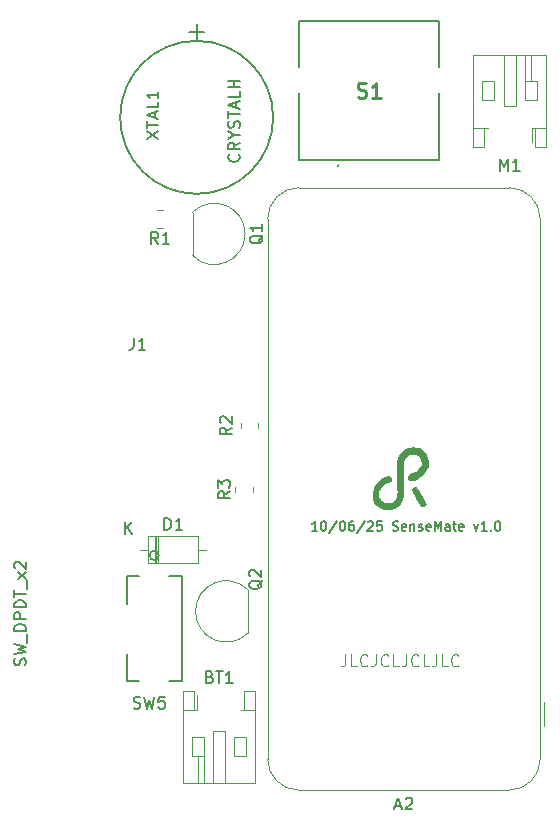
<source format=gto>
G04 #@! TF.GenerationSoftware,KiCad,Pcbnew,9.0.2*
G04 #@! TF.CreationDate,2025-06-13T16:41:38+02:00*
G04 #@! TF.ProjectId,SenseMatePCB,53656e73-654d-4617-9465-5043422e6b69,rev?*
G04 #@! TF.SameCoordinates,Original*
G04 #@! TF.FileFunction,Legend,Top*
G04 #@! TF.FilePolarity,Positive*
%FSLAX46Y46*%
G04 Gerber Fmt 4.6, Leading zero omitted, Abs format (unit mm)*
G04 Created by KiCad (PCBNEW 9.0.2) date 2025-06-13 16:41:38*
%MOMM*%
%LPD*%
G01*
G04 APERTURE LIST*
%ADD10C,0.100000*%
%ADD11C,0.160000*%
%ADD12C,0.254000*%
%ADD13C,0.150000*%
%ADD14C,0.200000*%
%ADD15C,0.120000*%
%ADD16C,0.152400*%
%ADD17C,0.000000*%
G04 APERTURE END LIST*
D10*
X100589598Y-100372419D02*
X100589598Y-101086704D01*
X100589598Y-101086704D02*
X100541979Y-101229561D01*
X100541979Y-101229561D02*
X100446741Y-101324800D01*
X100446741Y-101324800D02*
X100303884Y-101372419D01*
X100303884Y-101372419D02*
X100208646Y-101372419D01*
X101541979Y-101372419D02*
X101065789Y-101372419D01*
X101065789Y-101372419D02*
X101065789Y-100372419D01*
X102446741Y-101277180D02*
X102399122Y-101324800D01*
X102399122Y-101324800D02*
X102256265Y-101372419D01*
X102256265Y-101372419D02*
X102161027Y-101372419D01*
X102161027Y-101372419D02*
X102018170Y-101324800D01*
X102018170Y-101324800D02*
X101922932Y-101229561D01*
X101922932Y-101229561D02*
X101875313Y-101134323D01*
X101875313Y-101134323D02*
X101827694Y-100943847D01*
X101827694Y-100943847D02*
X101827694Y-100800990D01*
X101827694Y-100800990D02*
X101875313Y-100610514D01*
X101875313Y-100610514D02*
X101922932Y-100515276D01*
X101922932Y-100515276D02*
X102018170Y-100420038D01*
X102018170Y-100420038D02*
X102161027Y-100372419D01*
X102161027Y-100372419D02*
X102256265Y-100372419D01*
X102256265Y-100372419D02*
X102399122Y-100420038D01*
X102399122Y-100420038D02*
X102446741Y-100467657D01*
X103161027Y-100372419D02*
X103161027Y-101086704D01*
X103161027Y-101086704D02*
X103113408Y-101229561D01*
X103113408Y-101229561D02*
X103018170Y-101324800D01*
X103018170Y-101324800D02*
X102875313Y-101372419D01*
X102875313Y-101372419D02*
X102780075Y-101372419D01*
X104208646Y-101277180D02*
X104161027Y-101324800D01*
X104161027Y-101324800D02*
X104018170Y-101372419D01*
X104018170Y-101372419D02*
X103922932Y-101372419D01*
X103922932Y-101372419D02*
X103780075Y-101324800D01*
X103780075Y-101324800D02*
X103684837Y-101229561D01*
X103684837Y-101229561D02*
X103637218Y-101134323D01*
X103637218Y-101134323D02*
X103589599Y-100943847D01*
X103589599Y-100943847D02*
X103589599Y-100800990D01*
X103589599Y-100800990D02*
X103637218Y-100610514D01*
X103637218Y-100610514D02*
X103684837Y-100515276D01*
X103684837Y-100515276D02*
X103780075Y-100420038D01*
X103780075Y-100420038D02*
X103922932Y-100372419D01*
X103922932Y-100372419D02*
X104018170Y-100372419D01*
X104018170Y-100372419D02*
X104161027Y-100420038D01*
X104161027Y-100420038D02*
X104208646Y-100467657D01*
X105113408Y-101372419D02*
X104637218Y-101372419D01*
X104637218Y-101372419D02*
X104637218Y-100372419D01*
X105732456Y-100372419D02*
X105732456Y-101086704D01*
X105732456Y-101086704D02*
X105684837Y-101229561D01*
X105684837Y-101229561D02*
X105589599Y-101324800D01*
X105589599Y-101324800D02*
X105446742Y-101372419D01*
X105446742Y-101372419D02*
X105351504Y-101372419D01*
X106780075Y-101277180D02*
X106732456Y-101324800D01*
X106732456Y-101324800D02*
X106589599Y-101372419D01*
X106589599Y-101372419D02*
X106494361Y-101372419D01*
X106494361Y-101372419D02*
X106351504Y-101324800D01*
X106351504Y-101324800D02*
X106256266Y-101229561D01*
X106256266Y-101229561D02*
X106208647Y-101134323D01*
X106208647Y-101134323D02*
X106161028Y-100943847D01*
X106161028Y-100943847D02*
X106161028Y-100800990D01*
X106161028Y-100800990D02*
X106208647Y-100610514D01*
X106208647Y-100610514D02*
X106256266Y-100515276D01*
X106256266Y-100515276D02*
X106351504Y-100420038D01*
X106351504Y-100420038D02*
X106494361Y-100372419D01*
X106494361Y-100372419D02*
X106589599Y-100372419D01*
X106589599Y-100372419D02*
X106732456Y-100420038D01*
X106732456Y-100420038D02*
X106780075Y-100467657D01*
X107684837Y-101372419D02*
X107208647Y-101372419D01*
X107208647Y-101372419D02*
X107208647Y-100372419D01*
X108303885Y-100372419D02*
X108303885Y-101086704D01*
X108303885Y-101086704D02*
X108256266Y-101229561D01*
X108256266Y-101229561D02*
X108161028Y-101324800D01*
X108161028Y-101324800D02*
X108018171Y-101372419D01*
X108018171Y-101372419D02*
X107922933Y-101372419D01*
X109256266Y-101372419D02*
X108780076Y-101372419D01*
X108780076Y-101372419D02*
X108780076Y-100372419D01*
X110161028Y-101277180D02*
X110113409Y-101324800D01*
X110113409Y-101324800D02*
X109970552Y-101372419D01*
X109970552Y-101372419D02*
X109875314Y-101372419D01*
X109875314Y-101372419D02*
X109732457Y-101324800D01*
X109732457Y-101324800D02*
X109637219Y-101229561D01*
X109637219Y-101229561D02*
X109589600Y-101134323D01*
X109589600Y-101134323D02*
X109541981Y-100943847D01*
X109541981Y-100943847D02*
X109541981Y-100800990D01*
X109541981Y-100800990D02*
X109589600Y-100610514D01*
X109589600Y-100610514D02*
X109637219Y-100515276D01*
X109637219Y-100515276D02*
X109732457Y-100420038D01*
X109732457Y-100420038D02*
X109875314Y-100372419D01*
X109875314Y-100372419D02*
X109970552Y-100372419D01*
X109970552Y-100372419D02*
X110113409Y-100420038D01*
X110113409Y-100420038D02*
X110161028Y-100467657D01*
D11*
X98214786Y-89893775D02*
X97757643Y-89893775D01*
X97986215Y-89893775D02*
X97986215Y-89093775D01*
X97986215Y-89093775D02*
X97910024Y-89208060D01*
X97910024Y-89208060D02*
X97833834Y-89284251D01*
X97833834Y-89284251D02*
X97757643Y-89322346D01*
X98710025Y-89093775D02*
X98786215Y-89093775D01*
X98786215Y-89093775D02*
X98862406Y-89131870D01*
X98862406Y-89131870D02*
X98900501Y-89169965D01*
X98900501Y-89169965D02*
X98938596Y-89246156D01*
X98938596Y-89246156D02*
X98976691Y-89398537D01*
X98976691Y-89398537D02*
X98976691Y-89589013D01*
X98976691Y-89589013D02*
X98938596Y-89741394D01*
X98938596Y-89741394D02*
X98900501Y-89817584D01*
X98900501Y-89817584D02*
X98862406Y-89855680D01*
X98862406Y-89855680D02*
X98786215Y-89893775D01*
X98786215Y-89893775D02*
X98710025Y-89893775D01*
X98710025Y-89893775D02*
X98633834Y-89855680D01*
X98633834Y-89855680D02*
X98595739Y-89817584D01*
X98595739Y-89817584D02*
X98557644Y-89741394D01*
X98557644Y-89741394D02*
X98519548Y-89589013D01*
X98519548Y-89589013D02*
X98519548Y-89398537D01*
X98519548Y-89398537D02*
X98557644Y-89246156D01*
X98557644Y-89246156D02*
X98595739Y-89169965D01*
X98595739Y-89169965D02*
X98633834Y-89131870D01*
X98633834Y-89131870D02*
X98710025Y-89093775D01*
X99890977Y-89055680D02*
X99205263Y-90084251D01*
X100310025Y-89093775D02*
X100386215Y-89093775D01*
X100386215Y-89093775D02*
X100462406Y-89131870D01*
X100462406Y-89131870D02*
X100500501Y-89169965D01*
X100500501Y-89169965D02*
X100538596Y-89246156D01*
X100538596Y-89246156D02*
X100576691Y-89398537D01*
X100576691Y-89398537D02*
X100576691Y-89589013D01*
X100576691Y-89589013D02*
X100538596Y-89741394D01*
X100538596Y-89741394D02*
X100500501Y-89817584D01*
X100500501Y-89817584D02*
X100462406Y-89855680D01*
X100462406Y-89855680D02*
X100386215Y-89893775D01*
X100386215Y-89893775D02*
X100310025Y-89893775D01*
X100310025Y-89893775D02*
X100233834Y-89855680D01*
X100233834Y-89855680D02*
X100195739Y-89817584D01*
X100195739Y-89817584D02*
X100157644Y-89741394D01*
X100157644Y-89741394D02*
X100119548Y-89589013D01*
X100119548Y-89589013D02*
X100119548Y-89398537D01*
X100119548Y-89398537D02*
X100157644Y-89246156D01*
X100157644Y-89246156D02*
X100195739Y-89169965D01*
X100195739Y-89169965D02*
X100233834Y-89131870D01*
X100233834Y-89131870D02*
X100310025Y-89093775D01*
X101262406Y-89093775D02*
X101110025Y-89093775D01*
X101110025Y-89093775D02*
X101033834Y-89131870D01*
X101033834Y-89131870D02*
X100995739Y-89169965D01*
X100995739Y-89169965D02*
X100919549Y-89284251D01*
X100919549Y-89284251D02*
X100881453Y-89436632D01*
X100881453Y-89436632D02*
X100881453Y-89741394D01*
X100881453Y-89741394D02*
X100919549Y-89817584D01*
X100919549Y-89817584D02*
X100957644Y-89855680D01*
X100957644Y-89855680D02*
X101033834Y-89893775D01*
X101033834Y-89893775D02*
X101186215Y-89893775D01*
X101186215Y-89893775D02*
X101262406Y-89855680D01*
X101262406Y-89855680D02*
X101300501Y-89817584D01*
X101300501Y-89817584D02*
X101338596Y-89741394D01*
X101338596Y-89741394D02*
X101338596Y-89550918D01*
X101338596Y-89550918D02*
X101300501Y-89474727D01*
X101300501Y-89474727D02*
X101262406Y-89436632D01*
X101262406Y-89436632D02*
X101186215Y-89398537D01*
X101186215Y-89398537D02*
X101033834Y-89398537D01*
X101033834Y-89398537D02*
X100957644Y-89436632D01*
X100957644Y-89436632D02*
X100919549Y-89474727D01*
X100919549Y-89474727D02*
X100881453Y-89550918D01*
X102252882Y-89055680D02*
X101567168Y-90084251D01*
X102481453Y-89169965D02*
X102519549Y-89131870D01*
X102519549Y-89131870D02*
X102595739Y-89093775D01*
X102595739Y-89093775D02*
X102786215Y-89093775D01*
X102786215Y-89093775D02*
X102862406Y-89131870D01*
X102862406Y-89131870D02*
X102900501Y-89169965D01*
X102900501Y-89169965D02*
X102938596Y-89246156D01*
X102938596Y-89246156D02*
X102938596Y-89322346D01*
X102938596Y-89322346D02*
X102900501Y-89436632D01*
X102900501Y-89436632D02*
X102443358Y-89893775D01*
X102443358Y-89893775D02*
X102938596Y-89893775D01*
X103662406Y-89093775D02*
X103281454Y-89093775D01*
X103281454Y-89093775D02*
X103243358Y-89474727D01*
X103243358Y-89474727D02*
X103281454Y-89436632D01*
X103281454Y-89436632D02*
X103357644Y-89398537D01*
X103357644Y-89398537D02*
X103548120Y-89398537D01*
X103548120Y-89398537D02*
X103624311Y-89436632D01*
X103624311Y-89436632D02*
X103662406Y-89474727D01*
X103662406Y-89474727D02*
X103700501Y-89550918D01*
X103700501Y-89550918D02*
X103700501Y-89741394D01*
X103700501Y-89741394D02*
X103662406Y-89817584D01*
X103662406Y-89817584D02*
X103624311Y-89855680D01*
X103624311Y-89855680D02*
X103548120Y-89893775D01*
X103548120Y-89893775D02*
X103357644Y-89893775D01*
X103357644Y-89893775D02*
X103281454Y-89855680D01*
X103281454Y-89855680D02*
X103243358Y-89817584D01*
X104614787Y-89855680D02*
X104729073Y-89893775D01*
X104729073Y-89893775D02*
X104919549Y-89893775D01*
X104919549Y-89893775D02*
X104995740Y-89855680D01*
X104995740Y-89855680D02*
X105033835Y-89817584D01*
X105033835Y-89817584D02*
X105071930Y-89741394D01*
X105071930Y-89741394D02*
X105071930Y-89665203D01*
X105071930Y-89665203D02*
X105033835Y-89589013D01*
X105033835Y-89589013D02*
X104995740Y-89550918D01*
X104995740Y-89550918D02*
X104919549Y-89512822D01*
X104919549Y-89512822D02*
X104767168Y-89474727D01*
X104767168Y-89474727D02*
X104690978Y-89436632D01*
X104690978Y-89436632D02*
X104652883Y-89398537D01*
X104652883Y-89398537D02*
X104614787Y-89322346D01*
X104614787Y-89322346D02*
X104614787Y-89246156D01*
X104614787Y-89246156D02*
X104652883Y-89169965D01*
X104652883Y-89169965D02*
X104690978Y-89131870D01*
X104690978Y-89131870D02*
X104767168Y-89093775D01*
X104767168Y-89093775D02*
X104957645Y-89093775D01*
X104957645Y-89093775D02*
X105071930Y-89131870D01*
X105719550Y-89855680D02*
X105643359Y-89893775D01*
X105643359Y-89893775D02*
X105490978Y-89893775D01*
X105490978Y-89893775D02*
X105414788Y-89855680D01*
X105414788Y-89855680D02*
X105376692Y-89779489D01*
X105376692Y-89779489D02*
X105376692Y-89474727D01*
X105376692Y-89474727D02*
X105414788Y-89398537D01*
X105414788Y-89398537D02*
X105490978Y-89360441D01*
X105490978Y-89360441D02*
X105643359Y-89360441D01*
X105643359Y-89360441D02*
X105719550Y-89398537D01*
X105719550Y-89398537D02*
X105757645Y-89474727D01*
X105757645Y-89474727D02*
X105757645Y-89550918D01*
X105757645Y-89550918D02*
X105376692Y-89627108D01*
X106100502Y-89360441D02*
X106100502Y-89893775D01*
X106100502Y-89436632D02*
X106138597Y-89398537D01*
X106138597Y-89398537D02*
X106214787Y-89360441D01*
X106214787Y-89360441D02*
X106329073Y-89360441D01*
X106329073Y-89360441D02*
X106405264Y-89398537D01*
X106405264Y-89398537D02*
X106443359Y-89474727D01*
X106443359Y-89474727D02*
X106443359Y-89893775D01*
X106786216Y-89855680D02*
X106862407Y-89893775D01*
X106862407Y-89893775D02*
X107014788Y-89893775D01*
X107014788Y-89893775D02*
X107090978Y-89855680D01*
X107090978Y-89855680D02*
X107129074Y-89779489D01*
X107129074Y-89779489D02*
X107129074Y-89741394D01*
X107129074Y-89741394D02*
X107090978Y-89665203D01*
X107090978Y-89665203D02*
X107014788Y-89627108D01*
X107014788Y-89627108D02*
X106900502Y-89627108D01*
X106900502Y-89627108D02*
X106824312Y-89589013D01*
X106824312Y-89589013D02*
X106786216Y-89512822D01*
X106786216Y-89512822D02*
X106786216Y-89474727D01*
X106786216Y-89474727D02*
X106824312Y-89398537D01*
X106824312Y-89398537D02*
X106900502Y-89360441D01*
X106900502Y-89360441D02*
X107014788Y-89360441D01*
X107014788Y-89360441D02*
X107090978Y-89398537D01*
X107776693Y-89855680D02*
X107700502Y-89893775D01*
X107700502Y-89893775D02*
X107548121Y-89893775D01*
X107548121Y-89893775D02*
X107471931Y-89855680D01*
X107471931Y-89855680D02*
X107433835Y-89779489D01*
X107433835Y-89779489D02*
X107433835Y-89474727D01*
X107433835Y-89474727D02*
X107471931Y-89398537D01*
X107471931Y-89398537D02*
X107548121Y-89360441D01*
X107548121Y-89360441D02*
X107700502Y-89360441D01*
X107700502Y-89360441D02*
X107776693Y-89398537D01*
X107776693Y-89398537D02*
X107814788Y-89474727D01*
X107814788Y-89474727D02*
X107814788Y-89550918D01*
X107814788Y-89550918D02*
X107433835Y-89627108D01*
X108157645Y-89893775D02*
X108157645Y-89093775D01*
X108157645Y-89093775D02*
X108424311Y-89665203D01*
X108424311Y-89665203D02*
X108690978Y-89093775D01*
X108690978Y-89093775D02*
X108690978Y-89893775D01*
X109414788Y-89893775D02*
X109414788Y-89474727D01*
X109414788Y-89474727D02*
X109376693Y-89398537D01*
X109376693Y-89398537D02*
X109300502Y-89360441D01*
X109300502Y-89360441D02*
X109148121Y-89360441D01*
X109148121Y-89360441D02*
X109071931Y-89398537D01*
X109414788Y-89855680D02*
X109338597Y-89893775D01*
X109338597Y-89893775D02*
X109148121Y-89893775D01*
X109148121Y-89893775D02*
X109071931Y-89855680D01*
X109071931Y-89855680D02*
X109033835Y-89779489D01*
X109033835Y-89779489D02*
X109033835Y-89703299D01*
X109033835Y-89703299D02*
X109071931Y-89627108D01*
X109071931Y-89627108D02*
X109148121Y-89589013D01*
X109148121Y-89589013D02*
X109338597Y-89589013D01*
X109338597Y-89589013D02*
X109414788Y-89550918D01*
X109681455Y-89360441D02*
X109986217Y-89360441D01*
X109795741Y-89093775D02*
X109795741Y-89779489D01*
X109795741Y-89779489D02*
X109833836Y-89855680D01*
X109833836Y-89855680D02*
X109910026Y-89893775D01*
X109910026Y-89893775D02*
X109986217Y-89893775D01*
X110557646Y-89855680D02*
X110481455Y-89893775D01*
X110481455Y-89893775D02*
X110329074Y-89893775D01*
X110329074Y-89893775D02*
X110252884Y-89855680D01*
X110252884Y-89855680D02*
X110214788Y-89779489D01*
X110214788Y-89779489D02*
X110214788Y-89474727D01*
X110214788Y-89474727D02*
X110252884Y-89398537D01*
X110252884Y-89398537D02*
X110329074Y-89360441D01*
X110329074Y-89360441D02*
X110481455Y-89360441D01*
X110481455Y-89360441D02*
X110557646Y-89398537D01*
X110557646Y-89398537D02*
X110595741Y-89474727D01*
X110595741Y-89474727D02*
X110595741Y-89550918D01*
X110595741Y-89550918D02*
X110214788Y-89627108D01*
X111471931Y-89360441D02*
X111662407Y-89893775D01*
X111662407Y-89893775D02*
X111852884Y-89360441D01*
X112576693Y-89893775D02*
X112119550Y-89893775D01*
X112348122Y-89893775D02*
X112348122Y-89093775D01*
X112348122Y-89093775D02*
X112271931Y-89208060D01*
X112271931Y-89208060D02*
X112195741Y-89284251D01*
X112195741Y-89284251D02*
X112119550Y-89322346D01*
X112919551Y-89817584D02*
X112957646Y-89855680D01*
X112957646Y-89855680D02*
X112919551Y-89893775D01*
X112919551Y-89893775D02*
X112881455Y-89855680D01*
X112881455Y-89855680D02*
X112919551Y-89817584D01*
X112919551Y-89817584D02*
X112919551Y-89893775D01*
X113452884Y-89093775D02*
X113529074Y-89093775D01*
X113529074Y-89093775D02*
X113605265Y-89131870D01*
X113605265Y-89131870D02*
X113643360Y-89169965D01*
X113643360Y-89169965D02*
X113681455Y-89246156D01*
X113681455Y-89246156D02*
X113719550Y-89398537D01*
X113719550Y-89398537D02*
X113719550Y-89589013D01*
X113719550Y-89589013D02*
X113681455Y-89741394D01*
X113681455Y-89741394D02*
X113643360Y-89817584D01*
X113643360Y-89817584D02*
X113605265Y-89855680D01*
X113605265Y-89855680D02*
X113529074Y-89893775D01*
X113529074Y-89893775D02*
X113452884Y-89893775D01*
X113452884Y-89893775D02*
X113376693Y-89855680D01*
X113376693Y-89855680D02*
X113338598Y-89817584D01*
X113338598Y-89817584D02*
X113300503Y-89741394D01*
X113300503Y-89741394D02*
X113262407Y-89589013D01*
X113262407Y-89589013D02*
X113262407Y-89398537D01*
X113262407Y-89398537D02*
X113300503Y-89246156D01*
X113300503Y-89246156D02*
X113338598Y-89169965D01*
X113338598Y-89169965D02*
X113376693Y-89131870D01*
X113376693Y-89131870D02*
X113452884Y-89093775D01*
D12*
X101632380Y-53163842D02*
X101813809Y-53224318D01*
X101813809Y-53224318D02*
X102116190Y-53224318D01*
X102116190Y-53224318D02*
X102237142Y-53163842D01*
X102237142Y-53163842D02*
X102297618Y-53103365D01*
X102297618Y-53103365D02*
X102358095Y-52982413D01*
X102358095Y-52982413D02*
X102358095Y-52861461D01*
X102358095Y-52861461D02*
X102297618Y-52740508D01*
X102297618Y-52740508D02*
X102237142Y-52680032D01*
X102237142Y-52680032D02*
X102116190Y-52619556D01*
X102116190Y-52619556D02*
X101874285Y-52559080D01*
X101874285Y-52559080D02*
X101753333Y-52498603D01*
X101753333Y-52498603D02*
X101692856Y-52438127D01*
X101692856Y-52438127D02*
X101632380Y-52317175D01*
X101632380Y-52317175D02*
X101632380Y-52196222D01*
X101632380Y-52196222D02*
X101692856Y-52075270D01*
X101692856Y-52075270D02*
X101753333Y-52014794D01*
X101753333Y-52014794D02*
X101874285Y-51954318D01*
X101874285Y-51954318D02*
X102176666Y-51954318D01*
X102176666Y-51954318D02*
X102358095Y-52014794D01*
X103567619Y-53224318D02*
X102841904Y-53224318D01*
X103204761Y-53224318D02*
X103204761Y-51954318D01*
X103204761Y-51954318D02*
X103083809Y-52135746D01*
X103083809Y-52135746D02*
X102962857Y-52256699D01*
X102962857Y-52256699D02*
X102841904Y-52317175D01*
D13*
X90804819Y-86579166D02*
X90328628Y-86912499D01*
X90804819Y-87150594D02*
X89804819Y-87150594D01*
X89804819Y-87150594D02*
X89804819Y-86769642D01*
X89804819Y-86769642D02*
X89852438Y-86674404D01*
X89852438Y-86674404D02*
X89900057Y-86626785D01*
X89900057Y-86626785D02*
X89995295Y-86579166D01*
X89995295Y-86579166D02*
X90138152Y-86579166D01*
X90138152Y-86579166D02*
X90233390Y-86626785D01*
X90233390Y-86626785D02*
X90281009Y-86674404D01*
X90281009Y-86674404D02*
X90328628Y-86769642D01*
X90328628Y-86769642D02*
X90328628Y-87150594D01*
X89804819Y-86245832D02*
X89804819Y-85626785D01*
X89804819Y-85626785D02*
X90185771Y-85960118D01*
X90185771Y-85960118D02*
X90185771Y-85817261D01*
X90185771Y-85817261D02*
X90233390Y-85722023D01*
X90233390Y-85722023D02*
X90281009Y-85674404D01*
X90281009Y-85674404D02*
X90376247Y-85626785D01*
X90376247Y-85626785D02*
X90614342Y-85626785D01*
X90614342Y-85626785D02*
X90709580Y-85674404D01*
X90709580Y-85674404D02*
X90757200Y-85722023D01*
X90757200Y-85722023D02*
X90804819Y-85817261D01*
X90804819Y-85817261D02*
X90804819Y-86102975D01*
X90804819Y-86102975D02*
X90757200Y-86198213D01*
X90757200Y-86198213D02*
X90709580Y-86245832D01*
X85271905Y-89834819D02*
X85271905Y-88834819D01*
X85271905Y-88834819D02*
X85510000Y-88834819D01*
X85510000Y-88834819D02*
X85652857Y-88882438D01*
X85652857Y-88882438D02*
X85748095Y-88977676D01*
X85748095Y-88977676D02*
X85795714Y-89072914D01*
X85795714Y-89072914D02*
X85843333Y-89263390D01*
X85843333Y-89263390D02*
X85843333Y-89406247D01*
X85843333Y-89406247D02*
X85795714Y-89596723D01*
X85795714Y-89596723D02*
X85748095Y-89691961D01*
X85748095Y-89691961D02*
X85652857Y-89787200D01*
X85652857Y-89787200D02*
X85510000Y-89834819D01*
X85510000Y-89834819D02*
X85271905Y-89834819D01*
X86795714Y-89834819D02*
X86224286Y-89834819D01*
X86510000Y-89834819D02*
X86510000Y-88834819D01*
X86510000Y-88834819D02*
X86414762Y-88977676D01*
X86414762Y-88977676D02*
X86319524Y-89072914D01*
X86319524Y-89072914D02*
X86224286Y-89120533D01*
X81938095Y-90154819D02*
X81938095Y-89154819D01*
X82509523Y-90154819D02*
X82080952Y-89583390D01*
X82509523Y-89154819D02*
X81938095Y-89726247D01*
X82666667Y-104907200D02*
X82809524Y-104954819D01*
X82809524Y-104954819D02*
X83047619Y-104954819D01*
X83047619Y-104954819D02*
X83142857Y-104907200D01*
X83142857Y-104907200D02*
X83190476Y-104859580D01*
X83190476Y-104859580D02*
X83238095Y-104764342D01*
X83238095Y-104764342D02*
X83238095Y-104669104D01*
X83238095Y-104669104D02*
X83190476Y-104573866D01*
X83190476Y-104573866D02*
X83142857Y-104526247D01*
X83142857Y-104526247D02*
X83047619Y-104478628D01*
X83047619Y-104478628D02*
X82857143Y-104431009D01*
X82857143Y-104431009D02*
X82761905Y-104383390D01*
X82761905Y-104383390D02*
X82714286Y-104335771D01*
X82714286Y-104335771D02*
X82666667Y-104240533D01*
X82666667Y-104240533D02*
X82666667Y-104145295D01*
X82666667Y-104145295D02*
X82714286Y-104050057D01*
X82714286Y-104050057D02*
X82761905Y-104002438D01*
X82761905Y-104002438D02*
X82857143Y-103954819D01*
X82857143Y-103954819D02*
X83095238Y-103954819D01*
X83095238Y-103954819D02*
X83238095Y-104002438D01*
X83571429Y-103954819D02*
X83809524Y-104954819D01*
X83809524Y-104954819D02*
X84000000Y-104240533D01*
X84000000Y-104240533D02*
X84190476Y-104954819D01*
X84190476Y-104954819D02*
X84428572Y-103954819D01*
X85285714Y-103954819D02*
X84809524Y-103954819D01*
X84809524Y-103954819D02*
X84761905Y-104431009D01*
X84761905Y-104431009D02*
X84809524Y-104383390D01*
X84809524Y-104383390D02*
X84904762Y-104335771D01*
X84904762Y-104335771D02*
X85142857Y-104335771D01*
X85142857Y-104335771D02*
X85238095Y-104383390D01*
X85238095Y-104383390D02*
X85285714Y-104431009D01*
X85285714Y-104431009D02*
X85333333Y-104526247D01*
X85333333Y-104526247D02*
X85333333Y-104764342D01*
X85333333Y-104764342D02*
X85285714Y-104859580D01*
X85285714Y-104859580D02*
X85238095Y-104907200D01*
X85238095Y-104907200D02*
X85142857Y-104954819D01*
X85142857Y-104954819D02*
X84904762Y-104954819D01*
X84904762Y-104954819D02*
X84809524Y-104907200D01*
X84809524Y-104907200D02*
X84761905Y-104859580D01*
X73507200Y-101280952D02*
X73554819Y-101138095D01*
X73554819Y-101138095D02*
X73554819Y-100900000D01*
X73554819Y-100900000D02*
X73507200Y-100804762D01*
X73507200Y-100804762D02*
X73459580Y-100757143D01*
X73459580Y-100757143D02*
X73364342Y-100709524D01*
X73364342Y-100709524D02*
X73269104Y-100709524D01*
X73269104Y-100709524D02*
X73173866Y-100757143D01*
X73173866Y-100757143D02*
X73126247Y-100804762D01*
X73126247Y-100804762D02*
X73078628Y-100900000D01*
X73078628Y-100900000D02*
X73031009Y-101090476D01*
X73031009Y-101090476D02*
X72983390Y-101185714D01*
X72983390Y-101185714D02*
X72935771Y-101233333D01*
X72935771Y-101233333D02*
X72840533Y-101280952D01*
X72840533Y-101280952D02*
X72745295Y-101280952D01*
X72745295Y-101280952D02*
X72650057Y-101233333D01*
X72650057Y-101233333D02*
X72602438Y-101185714D01*
X72602438Y-101185714D02*
X72554819Y-101090476D01*
X72554819Y-101090476D02*
X72554819Y-100852381D01*
X72554819Y-100852381D02*
X72602438Y-100709524D01*
X72554819Y-100376190D02*
X73554819Y-100138095D01*
X73554819Y-100138095D02*
X72840533Y-99947619D01*
X72840533Y-99947619D02*
X73554819Y-99757143D01*
X73554819Y-99757143D02*
X72554819Y-99519048D01*
X73650057Y-99376191D02*
X73650057Y-98614286D01*
X73554819Y-98376190D02*
X72554819Y-98376190D01*
X72554819Y-98376190D02*
X72554819Y-98138095D01*
X72554819Y-98138095D02*
X72602438Y-97995238D01*
X72602438Y-97995238D02*
X72697676Y-97900000D01*
X72697676Y-97900000D02*
X72792914Y-97852381D01*
X72792914Y-97852381D02*
X72983390Y-97804762D01*
X72983390Y-97804762D02*
X73126247Y-97804762D01*
X73126247Y-97804762D02*
X73316723Y-97852381D01*
X73316723Y-97852381D02*
X73411961Y-97900000D01*
X73411961Y-97900000D02*
X73507200Y-97995238D01*
X73507200Y-97995238D02*
X73554819Y-98138095D01*
X73554819Y-98138095D02*
X73554819Y-98376190D01*
X73554819Y-97376190D02*
X72554819Y-97376190D01*
X72554819Y-97376190D02*
X72554819Y-96995238D01*
X72554819Y-96995238D02*
X72602438Y-96900000D01*
X72602438Y-96900000D02*
X72650057Y-96852381D01*
X72650057Y-96852381D02*
X72745295Y-96804762D01*
X72745295Y-96804762D02*
X72888152Y-96804762D01*
X72888152Y-96804762D02*
X72983390Y-96852381D01*
X72983390Y-96852381D02*
X73031009Y-96900000D01*
X73031009Y-96900000D02*
X73078628Y-96995238D01*
X73078628Y-96995238D02*
X73078628Y-97376190D01*
X73554819Y-96376190D02*
X72554819Y-96376190D01*
X72554819Y-96376190D02*
X72554819Y-96138095D01*
X72554819Y-96138095D02*
X72602438Y-95995238D01*
X72602438Y-95995238D02*
X72697676Y-95900000D01*
X72697676Y-95900000D02*
X72792914Y-95852381D01*
X72792914Y-95852381D02*
X72983390Y-95804762D01*
X72983390Y-95804762D02*
X73126247Y-95804762D01*
X73126247Y-95804762D02*
X73316723Y-95852381D01*
X73316723Y-95852381D02*
X73411961Y-95900000D01*
X73411961Y-95900000D02*
X73507200Y-95995238D01*
X73507200Y-95995238D02*
X73554819Y-96138095D01*
X73554819Y-96138095D02*
X73554819Y-96376190D01*
X72554819Y-95519047D02*
X72554819Y-94947619D01*
X73554819Y-95233333D02*
X72554819Y-95233333D01*
X73650057Y-94852381D02*
X73650057Y-94090476D01*
X73554819Y-93947618D02*
X72888152Y-93423809D01*
X72888152Y-93947618D02*
X73554819Y-93423809D01*
X72650057Y-93090475D02*
X72602438Y-93042856D01*
X72602438Y-93042856D02*
X72554819Y-92947618D01*
X72554819Y-92947618D02*
X72554819Y-92709523D01*
X72554819Y-92709523D02*
X72602438Y-92614285D01*
X72602438Y-92614285D02*
X72650057Y-92566666D01*
X72650057Y-92566666D02*
X72745295Y-92519047D01*
X72745295Y-92519047D02*
X72840533Y-92519047D01*
X72840533Y-92519047D02*
X72983390Y-92566666D01*
X72983390Y-92566666D02*
X73554819Y-93138094D01*
X73554819Y-93138094D02*
X73554819Y-92519047D01*
X84733333Y-65604819D02*
X84400000Y-65128628D01*
X84161905Y-65604819D02*
X84161905Y-64604819D01*
X84161905Y-64604819D02*
X84542857Y-64604819D01*
X84542857Y-64604819D02*
X84638095Y-64652438D01*
X84638095Y-64652438D02*
X84685714Y-64700057D01*
X84685714Y-64700057D02*
X84733333Y-64795295D01*
X84733333Y-64795295D02*
X84733333Y-64938152D01*
X84733333Y-64938152D02*
X84685714Y-65033390D01*
X84685714Y-65033390D02*
X84638095Y-65081009D01*
X84638095Y-65081009D02*
X84542857Y-65128628D01*
X84542857Y-65128628D02*
X84161905Y-65128628D01*
X85685714Y-65604819D02*
X85114286Y-65604819D01*
X85400000Y-65604819D02*
X85400000Y-64604819D01*
X85400000Y-64604819D02*
X85304762Y-64747676D01*
X85304762Y-64747676D02*
X85209524Y-64842914D01*
X85209524Y-64842914D02*
X85114286Y-64890533D01*
X104839614Y-113206105D02*
X105315804Y-113206105D01*
X104744376Y-113491820D02*
X105077709Y-112491820D01*
X105077709Y-112491820D02*
X105411042Y-113491820D01*
X105696757Y-112587058D02*
X105744376Y-112539439D01*
X105744376Y-112539439D02*
X105839614Y-112491820D01*
X105839614Y-112491820D02*
X106077709Y-112491820D01*
X106077709Y-112491820D02*
X106172947Y-112539439D01*
X106172947Y-112539439D02*
X106220566Y-112587058D01*
X106220566Y-112587058D02*
X106268185Y-112682296D01*
X106268185Y-112682296D02*
X106268185Y-112777534D01*
X106268185Y-112777534D02*
X106220566Y-112920391D01*
X106220566Y-112920391D02*
X105649138Y-113491820D01*
X105649138Y-113491820D02*
X106268185Y-113491820D01*
X89114285Y-102281009D02*
X89257142Y-102328628D01*
X89257142Y-102328628D02*
X89304761Y-102376247D01*
X89304761Y-102376247D02*
X89352380Y-102471485D01*
X89352380Y-102471485D02*
X89352380Y-102614342D01*
X89352380Y-102614342D02*
X89304761Y-102709580D01*
X89304761Y-102709580D02*
X89257142Y-102757200D01*
X89257142Y-102757200D02*
X89161904Y-102804819D01*
X89161904Y-102804819D02*
X88780952Y-102804819D01*
X88780952Y-102804819D02*
X88780952Y-101804819D01*
X88780952Y-101804819D02*
X89114285Y-101804819D01*
X89114285Y-101804819D02*
X89209523Y-101852438D01*
X89209523Y-101852438D02*
X89257142Y-101900057D01*
X89257142Y-101900057D02*
X89304761Y-101995295D01*
X89304761Y-101995295D02*
X89304761Y-102090533D01*
X89304761Y-102090533D02*
X89257142Y-102185771D01*
X89257142Y-102185771D02*
X89209523Y-102233390D01*
X89209523Y-102233390D02*
X89114285Y-102281009D01*
X89114285Y-102281009D02*
X88780952Y-102281009D01*
X89638095Y-101804819D02*
X90209523Y-101804819D01*
X89923809Y-102804819D02*
X89923809Y-101804819D01*
X91066666Y-102804819D02*
X90495238Y-102804819D01*
X90780952Y-102804819D02*
X90780952Y-101804819D01*
X90780952Y-101804819D02*
X90685714Y-101947676D01*
X90685714Y-101947676D02*
X90590476Y-102042914D01*
X90590476Y-102042914D02*
X90495238Y-102090533D01*
X93550057Y-94095238D02*
X93502438Y-94190476D01*
X93502438Y-94190476D02*
X93407200Y-94285714D01*
X93407200Y-94285714D02*
X93264342Y-94428571D01*
X93264342Y-94428571D02*
X93216723Y-94523809D01*
X93216723Y-94523809D02*
X93216723Y-94619047D01*
X93454819Y-94571428D02*
X93407200Y-94666666D01*
X93407200Y-94666666D02*
X93311961Y-94761904D01*
X93311961Y-94761904D02*
X93121485Y-94809523D01*
X93121485Y-94809523D02*
X92788152Y-94809523D01*
X92788152Y-94809523D02*
X92597676Y-94761904D01*
X92597676Y-94761904D02*
X92502438Y-94666666D01*
X92502438Y-94666666D02*
X92454819Y-94571428D01*
X92454819Y-94571428D02*
X92454819Y-94380952D01*
X92454819Y-94380952D02*
X92502438Y-94285714D01*
X92502438Y-94285714D02*
X92597676Y-94190476D01*
X92597676Y-94190476D02*
X92788152Y-94142857D01*
X92788152Y-94142857D02*
X93121485Y-94142857D01*
X93121485Y-94142857D02*
X93311961Y-94190476D01*
X93311961Y-94190476D02*
X93407200Y-94285714D01*
X93407200Y-94285714D02*
X93454819Y-94380952D01*
X93454819Y-94380952D02*
X93454819Y-94571428D01*
X92550057Y-93761904D02*
X92502438Y-93714285D01*
X92502438Y-93714285D02*
X92454819Y-93619047D01*
X92454819Y-93619047D02*
X92454819Y-93380952D01*
X92454819Y-93380952D02*
X92502438Y-93285714D01*
X92502438Y-93285714D02*
X92550057Y-93238095D01*
X92550057Y-93238095D02*
X92645295Y-93190476D01*
X92645295Y-93190476D02*
X92740533Y-93190476D01*
X92740533Y-93190476D02*
X92883390Y-93238095D01*
X92883390Y-93238095D02*
X93454819Y-93809523D01*
X93454819Y-93809523D02*
X93454819Y-93190476D01*
X90954819Y-81166666D02*
X90478628Y-81499999D01*
X90954819Y-81738094D02*
X89954819Y-81738094D01*
X89954819Y-81738094D02*
X89954819Y-81357142D01*
X89954819Y-81357142D02*
X90002438Y-81261904D01*
X90002438Y-81261904D02*
X90050057Y-81214285D01*
X90050057Y-81214285D02*
X90145295Y-81166666D01*
X90145295Y-81166666D02*
X90288152Y-81166666D01*
X90288152Y-81166666D02*
X90383390Y-81214285D01*
X90383390Y-81214285D02*
X90431009Y-81261904D01*
X90431009Y-81261904D02*
X90478628Y-81357142D01*
X90478628Y-81357142D02*
X90478628Y-81738094D01*
X90050057Y-80785713D02*
X90002438Y-80738094D01*
X90002438Y-80738094D02*
X89954819Y-80642856D01*
X89954819Y-80642856D02*
X89954819Y-80404761D01*
X89954819Y-80404761D02*
X90002438Y-80309523D01*
X90002438Y-80309523D02*
X90050057Y-80261904D01*
X90050057Y-80261904D02*
X90145295Y-80214285D01*
X90145295Y-80214285D02*
X90240533Y-80214285D01*
X90240533Y-80214285D02*
X90383390Y-80261904D01*
X90383390Y-80261904D02*
X90954819Y-80833332D01*
X90954819Y-80833332D02*
X90954819Y-80214285D01*
X93610057Y-64865238D02*
X93562438Y-64960476D01*
X93562438Y-64960476D02*
X93467200Y-65055714D01*
X93467200Y-65055714D02*
X93324342Y-65198571D01*
X93324342Y-65198571D02*
X93276723Y-65293809D01*
X93276723Y-65293809D02*
X93276723Y-65389047D01*
X93514819Y-65341428D02*
X93467200Y-65436666D01*
X93467200Y-65436666D02*
X93371961Y-65531904D01*
X93371961Y-65531904D02*
X93181485Y-65579523D01*
X93181485Y-65579523D02*
X92848152Y-65579523D01*
X92848152Y-65579523D02*
X92657676Y-65531904D01*
X92657676Y-65531904D02*
X92562438Y-65436666D01*
X92562438Y-65436666D02*
X92514819Y-65341428D01*
X92514819Y-65341428D02*
X92514819Y-65150952D01*
X92514819Y-65150952D02*
X92562438Y-65055714D01*
X92562438Y-65055714D02*
X92657676Y-64960476D01*
X92657676Y-64960476D02*
X92848152Y-64912857D01*
X92848152Y-64912857D02*
X93181485Y-64912857D01*
X93181485Y-64912857D02*
X93371961Y-64960476D01*
X93371961Y-64960476D02*
X93467200Y-65055714D01*
X93467200Y-65055714D02*
X93514819Y-65150952D01*
X93514819Y-65150952D02*
X93514819Y-65341428D01*
X93514819Y-63960476D02*
X93514819Y-64531904D01*
X93514819Y-64246190D02*
X92514819Y-64246190D01*
X92514819Y-64246190D02*
X92657676Y-64341428D01*
X92657676Y-64341428D02*
X92752914Y-64436666D01*
X92752914Y-64436666D02*
X92800533Y-64531904D01*
X83754819Y-56723809D02*
X84754819Y-56057143D01*
X83754819Y-56057143D02*
X84754819Y-56723809D01*
X83754819Y-55819047D02*
X83754819Y-55247619D01*
X84754819Y-55533333D02*
X83754819Y-55533333D01*
X84469104Y-54961904D02*
X84469104Y-54485714D01*
X84754819Y-55057142D02*
X83754819Y-54723809D01*
X83754819Y-54723809D02*
X84754819Y-54390476D01*
X84754819Y-53580952D02*
X84754819Y-54057142D01*
X84754819Y-54057142D02*
X83754819Y-54057142D01*
X84754819Y-52723809D02*
X84754819Y-53295237D01*
X84754819Y-53009523D02*
X83754819Y-53009523D01*
X83754819Y-53009523D02*
X83897676Y-53104761D01*
X83897676Y-53104761D02*
X83992914Y-53199999D01*
X83992914Y-53199999D02*
X84040533Y-53295237D01*
X91559580Y-58033333D02*
X91607200Y-58080952D01*
X91607200Y-58080952D02*
X91654819Y-58223809D01*
X91654819Y-58223809D02*
X91654819Y-58319047D01*
X91654819Y-58319047D02*
X91607200Y-58461904D01*
X91607200Y-58461904D02*
X91511961Y-58557142D01*
X91511961Y-58557142D02*
X91416723Y-58604761D01*
X91416723Y-58604761D02*
X91226247Y-58652380D01*
X91226247Y-58652380D02*
X91083390Y-58652380D01*
X91083390Y-58652380D02*
X90892914Y-58604761D01*
X90892914Y-58604761D02*
X90797676Y-58557142D01*
X90797676Y-58557142D02*
X90702438Y-58461904D01*
X90702438Y-58461904D02*
X90654819Y-58319047D01*
X90654819Y-58319047D02*
X90654819Y-58223809D01*
X90654819Y-58223809D02*
X90702438Y-58080952D01*
X90702438Y-58080952D02*
X90750057Y-58033333D01*
X91654819Y-57033333D02*
X91178628Y-57366666D01*
X91654819Y-57604761D02*
X90654819Y-57604761D01*
X90654819Y-57604761D02*
X90654819Y-57223809D01*
X90654819Y-57223809D02*
X90702438Y-57128571D01*
X90702438Y-57128571D02*
X90750057Y-57080952D01*
X90750057Y-57080952D02*
X90845295Y-57033333D01*
X90845295Y-57033333D02*
X90988152Y-57033333D01*
X90988152Y-57033333D02*
X91083390Y-57080952D01*
X91083390Y-57080952D02*
X91131009Y-57128571D01*
X91131009Y-57128571D02*
X91178628Y-57223809D01*
X91178628Y-57223809D02*
X91178628Y-57604761D01*
X91178628Y-56414285D02*
X91654819Y-56414285D01*
X90654819Y-56747618D02*
X91178628Y-56414285D01*
X91178628Y-56414285D02*
X90654819Y-56080952D01*
X91607200Y-55795237D02*
X91654819Y-55652380D01*
X91654819Y-55652380D02*
X91654819Y-55414285D01*
X91654819Y-55414285D02*
X91607200Y-55319047D01*
X91607200Y-55319047D02*
X91559580Y-55271428D01*
X91559580Y-55271428D02*
X91464342Y-55223809D01*
X91464342Y-55223809D02*
X91369104Y-55223809D01*
X91369104Y-55223809D02*
X91273866Y-55271428D01*
X91273866Y-55271428D02*
X91226247Y-55319047D01*
X91226247Y-55319047D02*
X91178628Y-55414285D01*
X91178628Y-55414285D02*
X91131009Y-55604761D01*
X91131009Y-55604761D02*
X91083390Y-55699999D01*
X91083390Y-55699999D02*
X91035771Y-55747618D01*
X91035771Y-55747618D02*
X90940533Y-55795237D01*
X90940533Y-55795237D02*
X90845295Y-55795237D01*
X90845295Y-55795237D02*
X90750057Y-55747618D01*
X90750057Y-55747618D02*
X90702438Y-55699999D01*
X90702438Y-55699999D02*
X90654819Y-55604761D01*
X90654819Y-55604761D02*
X90654819Y-55366666D01*
X90654819Y-55366666D02*
X90702438Y-55223809D01*
X90654819Y-54938094D02*
X90654819Y-54366666D01*
X91654819Y-54652380D02*
X90654819Y-54652380D01*
X91369104Y-54080951D02*
X91369104Y-53604761D01*
X91654819Y-54176189D02*
X90654819Y-53842856D01*
X90654819Y-53842856D02*
X91654819Y-53509523D01*
X91654819Y-52699999D02*
X91654819Y-53176189D01*
X91654819Y-53176189D02*
X90654819Y-53176189D01*
X91654819Y-52366665D02*
X90654819Y-52366665D01*
X91131009Y-52366665D02*
X91131009Y-51795237D01*
X91654819Y-51795237D02*
X90654819Y-51795237D01*
X113690476Y-59404819D02*
X113690476Y-58404819D01*
X113690476Y-58404819D02*
X114023809Y-59119104D01*
X114023809Y-59119104D02*
X114357142Y-58404819D01*
X114357142Y-58404819D02*
X114357142Y-59404819D01*
X115357142Y-59404819D02*
X114785714Y-59404819D01*
X115071428Y-59404819D02*
X115071428Y-58404819D01*
X115071428Y-58404819D02*
X114976190Y-58547676D01*
X114976190Y-58547676D02*
X114880952Y-58642914D01*
X114880952Y-58642914D02*
X114785714Y-58690533D01*
X82666666Y-73574819D02*
X82666666Y-74289104D01*
X82666666Y-74289104D02*
X82619047Y-74431961D01*
X82619047Y-74431961D02*
X82523809Y-74527200D01*
X82523809Y-74527200D02*
X82380952Y-74574819D01*
X82380952Y-74574819D02*
X82285714Y-74574819D01*
X83666666Y-74574819D02*
X83095238Y-74574819D01*
X83380952Y-74574819D02*
X83380952Y-73574819D01*
X83380952Y-73574819D02*
X83285714Y-73717676D01*
X83285714Y-73717676D02*
X83190476Y-73812914D01*
X83190476Y-73812914D02*
X83095238Y-73860533D01*
D14*
X96700000Y-46750000D02*
X108500000Y-46750000D01*
X96700000Y-50650000D02*
X96700000Y-46750000D01*
X96700000Y-58550000D02*
X96700000Y-52850000D01*
X100000000Y-58950000D02*
X100000000Y-58950000D01*
X100000000Y-59050000D02*
X100000000Y-59050000D01*
X100000000Y-59050000D02*
X100000000Y-59050000D01*
X108500000Y-46750000D02*
X108500000Y-50650000D01*
X108500000Y-52850000D02*
X108500000Y-58550000D01*
X108500000Y-58550000D02*
X96700000Y-58550000D01*
X100000000Y-58950000D02*
G75*
G02*
X100000000Y-59050000I0J-50000D01*
G01*
X100000000Y-58950000D02*
G75*
G02*
X100000000Y-59050000I0J-50000D01*
G01*
X100000000Y-59050000D02*
G75*
G02*
X100000000Y-58950000I0J50000D01*
G01*
D15*
X91265000Y-86639564D02*
X91265000Y-86185436D01*
X92735000Y-86639564D02*
X92735000Y-86185436D01*
X83230000Y-91500000D02*
X83880000Y-91500000D01*
X84480000Y-90380000D02*
X84480000Y-92620000D01*
X84600000Y-90380000D02*
X84600000Y-92620000D01*
X84720000Y-90380000D02*
X84720000Y-92620000D01*
X88770000Y-91500000D02*
X88120000Y-91500000D01*
X83880000Y-90380000D02*
X88120000Y-90380000D01*
X88120000Y-92620000D01*
X83880000Y-92620000D01*
X83880000Y-90380000D01*
D16*
X82075900Y-93767699D02*
X82075900Y-96066399D01*
X82075900Y-100333599D02*
X82075900Y-102632299D01*
X82075900Y-102632299D02*
X83105945Y-102632299D01*
X83105945Y-93767699D02*
X82075900Y-93767699D01*
X85694055Y-102632299D02*
X86724100Y-102632299D01*
X86724100Y-93767699D02*
X85694055Y-93767699D01*
X86724100Y-102632299D02*
X86724100Y-93767699D01*
X84781000Y-91989699D02*
G75*
G02*
X84019000Y-91989699I-381000J0D01*
G01*
X84019000Y-91989699D02*
G75*
G02*
X84781000Y-91989699I381000J0D01*
G01*
D15*
X85127064Y-62765000D02*
X84672936Y-62765000D01*
X85127064Y-64235000D02*
X84672936Y-64235000D01*
X94013900Y-109227001D02*
X94013900Y-63507001D01*
X96663900Y-60857001D02*
X114443900Y-60857001D01*
X96663900Y-111877001D02*
X114443900Y-111877001D01*
X117093900Y-109227001D02*
X117093900Y-63507001D01*
X117413900Y-104417001D02*
X117413900Y-106417001D01*
X94013900Y-63507001D02*
G75*
G02*
X96663900Y-60857001I2650000J0D01*
G01*
X96663900Y-111877001D02*
G75*
G02*
X94013900Y-109227001I0J2650000D01*
G01*
X114443900Y-60857001D02*
G75*
G02*
X117093900Y-63507001I0J-2650000D01*
G01*
X117093900Y-109227001D02*
G75*
G02*
X114443900Y-111877001I-2650000J0D01*
G01*
X86840000Y-103440000D02*
X86840000Y-111260000D01*
X86840000Y-105040000D02*
X87760000Y-105040000D01*
X86840000Y-111260000D02*
X92960000Y-111260000D01*
X87600000Y-107400000D02*
X87600000Y-109000000D01*
X87600000Y-109000000D02*
X88600000Y-109000000D01*
X87760000Y-103440000D02*
X86840000Y-103440000D01*
X87760000Y-105040000D02*
X87760000Y-103440000D01*
X88040000Y-105040000D02*
X87760000Y-105040000D01*
X88040000Y-105040000D02*
X88040000Y-103825000D01*
X88100000Y-109000000D02*
X88100000Y-111260000D01*
X88600000Y-107400000D02*
X87600000Y-107400000D01*
X88600000Y-109000000D02*
X88600000Y-107400000D01*
X88600000Y-109000000D02*
X88600000Y-111260000D01*
X89400000Y-106900000D02*
X90400000Y-106900000D01*
X89400000Y-111260000D02*
X89400000Y-106900000D01*
X90400000Y-106900000D02*
X90400000Y-111260000D01*
X91200000Y-107400000D02*
X92200000Y-107400000D01*
X91200000Y-109000000D02*
X91200000Y-107400000D01*
X92040000Y-103440000D02*
X92040000Y-105040000D01*
X92040000Y-105040000D02*
X91760000Y-105040000D01*
X92200000Y-107400000D02*
X92200000Y-109000000D01*
X92200000Y-109000000D02*
X91200000Y-109000000D01*
X92960000Y-103440000D02*
X92040000Y-103440000D01*
X92960000Y-105040000D02*
X92040000Y-105040000D01*
X92960000Y-111260000D02*
X92960000Y-103440000D01*
X92350000Y-98530000D02*
X92350000Y-94930000D01*
X87900000Y-96730000D02*
G75*
G02*
X92338478Y-94891522I2600000J0D01*
G01*
X92338478Y-98568478D02*
G75*
G02*
X87899999Y-96730000I-1838478J1838478D01*
G01*
X91765000Y-80772936D02*
X91765000Y-81227064D01*
X93235000Y-80772936D02*
X93235000Y-81227064D01*
X87650000Y-62970000D02*
X87650000Y-66570000D01*
X87661522Y-62931522D02*
G75*
G02*
X92100001Y-64770000I1838478J-1838478D01*
G01*
X92100000Y-64770000D02*
G75*
G02*
X87661522Y-66608478I-2600000J0D01*
G01*
D16*
X88000000Y-47026000D02*
X88000000Y-48296000D01*
X88635000Y-47661000D02*
X87365000Y-47661000D01*
X94477000Y-54900000D02*
G75*
G02*
X81523000Y-54900000I-6477000J0D01*
G01*
X81523000Y-54900000D02*
G75*
G02*
X94477000Y-54900000I6477000J0D01*
G01*
D17*
G36*
X106620061Y-86221109D02*
G01*
X106685210Y-86282798D01*
X106781056Y-86406495D01*
X106897575Y-86575639D01*
X107024744Y-86773668D01*
X107152538Y-86984020D01*
X107270932Y-87190135D01*
X107369904Y-87375449D01*
X107439428Y-87523403D01*
X107469481Y-87617434D01*
X107469968Y-87625300D01*
X107428067Y-87766353D01*
X107352965Y-87845986D01*
X107246064Y-87916591D01*
X107154515Y-87929117D01*
X107041572Y-87893917D01*
X106978467Y-87834688D01*
X106882059Y-87695377D01*
X106753469Y-87477772D01*
X106593815Y-87183660D01*
X106579429Y-87156296D01*
X106448231Y-86904756D01*
X106354309Y-86718997D01*
X106292967Y-86586535D01*
X106259509Y-86494883D01*
X106249236Y-86431557D01*
X106257453Y-86384072D01*
X106275132Y-86347424D01*
X106378974Y-86233205D01*
X106507471Y-86192435D01*
X106620061Y-86221109D01*
G37*
G36*
X106678625Y-82869433D02*
G01*
X106895770Y-82921958D01*
X107083331Y-83022851D01*
X107268970Y-83183278D01*
X107301255Y-83216163D01*
X107498084Y-83470624D01*
X107617362Y-83751879D01*
X107665013Y-84075294D01*
X107666434Y-84163544D01*
X107633139Y-84477265D01*
X107532246Y-84757274D01*
X107355997Y-85020604D01*
X107199571Y-85188734D01*
X107032045Y-85328832D01*
X106829591Y-85463718D01*
X106615490Y-85581087D01*
X106413025Y-85668637D01*
X106245478Y-85714066D01*
X106198442Y-85717740D01*
X106038759Y-85680934D01*
X105923779Y-85582234D01*
X105872417Y-85439221D01*
X105871366Y-85413783D01*
X105892334Y-85302630D01*
X105963925Y-85211227D01*
X106099173Y-85127965D01*
X106274540Y-85054690D01*
X106538176Y-84923612D01*
X106761777Y-84748794D01*
X106932823Y-84544641D01*
X107038796Y-84325558D01*
X107068367Y-84141342D01*
X107035433Y-83954127D01*
X106949279Y-83762963D01*
X106828880Y-83603776D01*
X106750959Y-83540335D01*
X106631686Y-83482869D01*
X106495930Y-83461128D01*
X106352317Y-83464281D01*
X106079682Y-83522951D01*
X105845770Y-83661540D01*
X105650624Y-83880023D01*
X105649338Y-83881918D01*
X105602921Y-83956273D01*
X105571603Y-84029899D01*
X105552436Y-84121968D01*
X105542475Y-84251656D01*
X105538772Y-84438135D01*
X105538324Y-84604229D01*
X105539450Y-84827778D01*
X105542581Y-85115078D01*
X105547351Y-85441102D01*
X105553392Y-85780823D01*
X105560337Y-86109211D01*
X105560527Y-86117390D01*
X105582730Y-87072111D01*
X105458210Y-87338544D01*
X105273942Y-87649551D01*
X105046512Y-87883395D01*
X104772859Y-88042155D01*
X104449925Y-88127908D01*
X104272765Y-88143906D01*
X104093596Y-88145889D01*
X103936160Y-88138169D01*
X103832824Y-88122408D01*
X103828709Y-88121131D01*
X103502657Y-87973540D01*
X103244347Y-87769549D01*
X103056450Y-87513199D01*
X102941639Y-87208534D01*
X102902585Y-86859595D01*
X102907349Y-86727182D01*
X102975216Y-86365391D01*
X103120108Y-86041006D01*
X103335017Y-85762703D01*
X103612933Y-85539154D01*
X103946849Y-85379035D01*
X104014584Y-85356942D01*
X104183628Y-85308391D01*
X104293832Y-85287093D01*
X104370242Y-85291131D01*
X104437899Y-85318586D01*
X104447386Y-85323791D01*
X104540533Y-85416951D01*
X104578093Y-85541064D01*
X104555012Y-85662891D01*
X104508049Y-85722683D01*
X104422903Y-85771736D01*
X104285991Y-85828762D01*
X104169609Y-85868024D01*
X103934293Y-85967936D01*
X103742775Y-86119781D01*
X103736203Y-86126502D01*
X103576382Y-86341958D01*
X103479058Y-86583134D01*
X103445070Y-86832032D01*
X103475256Y-87070652D01*
X103570454Y-87280995D01*
X103676786Y-87402266D01*
X103820532Y-87509095D01*
X103965763Y-87565899D01*
X104143995Y-87581500D01*
X104289986Y-87573932D01*
X104544778Y-87515464D01*
X104745056Y-87387332D01*
X104889445Y-87190487D01*
X104943429Y-87068999D01*
X104980387Y-86943969D01*
X105001706Y-86798688D01*
X105008770Y-86616451D01*
X105002967Y-86380551D01*
X104985682Y-86074280D01*
X104984078Y-86049778D01*
X104966456Y-85741767D01*
X104950403Y-85387614D01*
X104937636Y-85029986D01*
X104929873Y-84711553D01*
X104929631Y-84696411D01*
X104926291Y-84432219D01*
X104927067Y-84238683D01*
X104933991Y-84097674D01*
X104949099Y-83991061D01*
X104974423Y-83900715D01*
X105011997Y-83808504D01*
X105034839Y-83758565D01*
X105223324Y-83442773D01*
X105470866Y-83188208D01*
X105748436Y-83004518D01*
X105896164Y-82928824D01*
X106016709Y-82883748D01*
X106143866Y-82861538D01*
X106311427Y-82854445D01*
X106404233Y-82854112D01*
X106678625Y-82869433D01*
G37*
D15*
X111440000Y-49590000D02*
X111440000Y-57410000D01*
X111440000Y-55810000D02*
X112360000Y-55810000D01*
X111440000Y-57410000D02*
X112360000Y-57410000D01*
X112200000Y-51850000D02*
X113200000Y-51850000D01*
X112200000Y-53450000D02*
X112200000Y-51850000D01*
X112360000Y-55810000D02*
X112640000Y-55810000D01*
X112360000Y-57410000D02*
X112360000Y-55810000D01*
X113200000Y-51850000D02*
X113200000Y-53450000D01*
X113200000Y-53450000D02*
X112200000Y-53450000D01*
X114000000Y-53950000D02*
X114000000Y-49590000D01*
X115000000Y-49590000D02*
X115000000Y-53950000D01*
X115000000Y-53950000D02*
X114000000Y-53950000D01*
X115800000Y-51850000D02*
X115800000Y-49590000D01*
X115800000Y-51850000D02*
X115800000Y-53450000D01*
X115800000Y-53450000D02*
X116800000Y-53450000D01*
X116300000Y-51850000D02*
X116300000Y-49590000D01*
X116360000Y-55810000D02*
X116360000Y-57025000D01*
X116360000Y-55810000D02*
X116640000Y-55810000D01*
X116640000Y-55810000D02*
X116640000Y-57410000D01*
X116640000Y-57410000D02*
X117560000Y-57410000D01*
X116800000Y-51850000D02*
X115800000Y-51850000D01*
X116800000Y-53450000D02*
X116800000Y-51850000D01*
X117560000Y-49590000D02*
X111440000Y-49590000D01*
X117560000Y-55810000D02*
X116640000Y-55810000D01*
X117560000Y-57410000D02*
X117560000Y-49590000D01*
M02*

</source>
